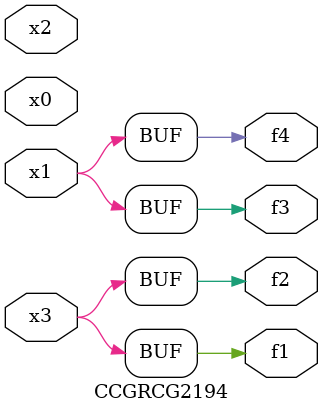
<source format=v>
module CCGRCG2194(
	input x0, x1, x2, x3,
	output f1, f2, f3, f4
);
	assign f1 = x3;
	assign f2 = x3;
	assign f3 = x1;
	assign f4 = x1;
endmodule

</source>
